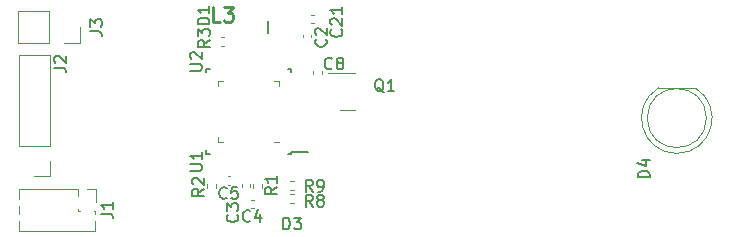
<source format=gbr>
%TF.GenerationSoftware,KiCad,Pcbnew,(6.0.2)*%
%TF.CreationDate,2023-04-03T14:54:34+02:00*%
%TF.ProjectId,IR_lights,49525f6c-6967-4687-9473-2e6b69636164,rev?*%
%TF.SameCoordinates,Original*%
%TF.FileFunction,Legend,Top*%
%TF.FilePolarity,Positive*%
%FSLAX46Y46*%
G04 Gerber Fmt 4.6, Leading zero omitted, Abs format (unit mm)*
G04 Created by KiCad (PCBNEW (6.0.2)) date 2023-04-03 14:54:34*
%MOMM*%
%LPD*%
G01*
G04 APERTURE LIST*
%ADD10C,0.150000*%
%ADD11C,0.254000*%
%ADD12C,0.120000*%
%ADD13C,0.100000*%
%ADD14C,0.200000*%
G04 APERTURE END LIST*
D10*
%TO.C,Q1*%
X161079761Y-100447619D02*
X160984523Y-100400000D01*
X160889285Y-100304761D01*
X160746428Y-100161904D01*
X160651190Y-100114285D01*
X160555952Y-100114285D01*
X160603571Y-100352380D02*
X160508333Y-100304761D01*
X160413095Y-100209523D01*
X160365476Y-100019047D01*
X160365476Y-99685714D01*
X160413095Y-99495238D01*
X160508333Y-99400000D01*
X160603571Y-99352380D01*
X160794047Y-99352380D01*
X160889285Y-99400000D01*
X160984523Y-99495238D01*
X161032142Y-99685714D01*
X161032142Y-100019047D01*
X160984523Y-100209523D01*
X160889285Y-100304761D01*
X160794047Y-100352380D01*
X160603571Y-100352380D01*
X161984523Y-100352380D02*
X161413095Y-100352380D01*
X161698809Y-100352380D02*
X161698809Y-99352380D01*
X161603571Y-99495238D01*
X161508333Y-99590476D01*
X161413095Y-99638095D01*
%TO.C,J2*%
X133177380Y-98383333D02*
X133891666Y-98383333D01*
X134034523Y-98430952D01*
X134129761Y-98526190D01*
X134177380Y-98669047D01*
X134177380Y-98764285D01*
X133272619Y-97954761D02*
X133225000Y-97907142D01*
X133177380Y-97811904D01*
X133177380Y-97573809D01*
X133225000Y-97478571D01*
X133272619Y-97430952D01*
X133367857Y-97383333D01*
X133463095Y-97383333D01*
X133605952Y-97430952D01*
X134177380Y-98002380D01*
X134177380Y-97383333D01*
%TO.C,R3*%
X146352380Y-96041666D02*
X145876190Y-96375000D01*
X146352380Y-96613095D02*
X145352380Y-96613095D01*
X145352380Y-96232142D01*
X145400000Y-96136904D01*
X145447619Y-96089285D01*
X145542857Y-96041666D01*
X145685714Y-96041666D01*
X145780952Y-96089285D01*
X145828571Y-96136904D01*
X145876190Y-96232142D01*
X145876190Y-96613095D01*
X145352380Y-95708333D02*
X145352380Y-95089285D01*
X145733333Y-95422619D01*
X145733333Y-95279761D01*
X145780952Y-95184523D01*
X145828571Y-95136904D01*
X145923809Y-95089285D01*
X146161904Y-95089285D01*
X146257142Y-95136904D01*
X146304761Y-95184523D01*
X146352380Y-95279761D01*
X146352380Y-95565476D01*
X146304761Y-95660714D01*
X146257142Y-95708333D01*
%TO.C,D1*%
X146327380Y-94713095D02*
X145327380Y-94713095D01*
X145327380Y-94475000D01*
X145375000Y-94332142D01*
X145470238Y-94236904D01*
X145565476Y-94189285D01*
X145755952Y-94141666D01*
X145898809Y-94141666D01*
X146089285Y-94189285D01*
X146184523Y-94236904D01*
X146279761Y-94332142D01*
X146327380Y-94475000D01*
X146327380Y-94713095D01*
X146327380Y-93189285D02*
X146327380Y-93760714D01*
X146327380Y-93475000D02*
X145327380Y-93475000D01*
X145470238Y-93570238D01*
X145565476Y-93665476D01*
X145613095Y-93760714D01*
%TO.C,R2*%
X145877380Y-108641666D02*
X145401190Y-108975000D01*
X145877380Y-109213095D02*
X144877380Y-109213095D01*
X144877380Y-108832142D01*
X144925000Y-108736904D01*
X144972619Y-108689285D01*
X145067857Y-108641666D01*
X145210714Y-108641666D01*
X145305952Y-108689285D01*
X145353571Y-108736904D01*
X145401190Y-108832142D01*
X145401190Y-109213095D01*
X144972619Y-108260714D02*
X144925000Y-108213095D01*
X144877380Y-108117857D01*
X144877380Y-107879761D01*
X144925000Y-107784523D01*
X144972619Y-107736904D01*
X145067857Y-107689285D01*
X145163095Y-107689285D01*
X145305952Y-107736904D01*
X145877380Y-108308333D01*
X145877380Y-107689285D01*
%TO.C,C8*%
X156708333Y-98432142D02*
X156660714Y-98479761D01*
X156517857Y-98527380D01*
X156422619Y-98527380D01*
X156279761Y-98479761D01*
X156184523Y-98384523D01*
X156136904Y-98289285D01*
X156089285Y-98098809D01*
X156089285Y-97955952D01*
X156136904Y-97765476D01*
X156184523Y-97670238D01*
X156279761Y-97575000D01*
X156422619Y-97527380D01*
X156517857Y-97527380D01*
X156660714Y-97575000D01*
X156708333Y-97622619D01*
X157279761Y-97955952D02*
X157184523Y-97908333D01*
X157136904Y-97860714D01*
X157089285Y-97765476D01*
X157089285Y-97717857D01*
X157136904Y-97622619D01*
X157184523Y-97575000D01*
X157279761Y-97527380D01*
X157470238Y-97527380D01*
X157565476Y-97575000D01*
X157613095Y-97622619D01*
X157660714Y-97717857D01*
X157660714Y-97765476D01*
X157613095Y-97860714D01*
X157565476Y-97908333D01*
X157470238Y-97955952D01*
X157279761Y-97955952D01*
X157184523Y-98003571D01*
X157136904Y-98051190D01*
X157089285Y-98146428D01*
X157089285Y-98336904D01*
X157136904Y-98432142D01*
X157184523Y-98479761D01*
X157279761Y-98527380D01*
X157470238Y-98527380D01*
X157565476Y-98479761D01*
X157613095Y-98432142D01*
X157660714Y-98336904D01*
X157660714Y-98146428D01*
X157613095Y-98051190D01*
X157565476Y-98003571D01*
X157470238Y-97955952D01*
%TO.C,D3*%
X152579404Y-112077380D02*
X152579404Y-111077380D01*
X152817500Y-111077380D01*
X152960357Y-111125000D01*
X153055595Y-111220238D01*
X153103214Y-111315476D01*
X153150833Y-111505952D01*
X153150833Y-111648809D01*
X153103214Y-111839285D01*
X153055595Y-111934523D01*
X152960357Y-112029761D01*
X152817500Y-112077380D01*
X152579404Y-112077380D01*
X153484166Y-111077380D02*
X154103214Y-111077380D01*
X153769880Y-111458333D01*
X153912738Y-111458333D01*
X154007976Y-111505952D01*
X154055595Y-111553571D01*
X154103214Y-111648809D01*
X154103214Y-111886904D01*
X154055595Y-111982142D01*
X154007976Y-112029761D01*
X153912738Y-112077380D01*
X153627023Y-112077380D01*
X153531785Y-112029761D01*
X153484166Y-111982142D01*
D11*
%TO.C,L3*%
X147238333Y-94499523D02*
X146633571Y-94499523D01*
X146633571Y-93229523D01*
X147540714Y-93229523D02*
X148326904Y-93229523D01*
X147903571Y-93713333D01*
X148085000Y-93713333D01*
X148205952Y-93773809D01*
X148266428Y-93834285D01*
X148326904Y-93955238D01*
X148326904Y-94257619D01*
X148266428Y-94378571D01*
X148205952Y-94439047D01*
X148085000Y-94499523D01*
X147722142Y-94499523D01*
X147601190Y-94439047D01*
X147540714Y-94378571D01*
D10*
%TO.C,J3*%
X136222380Y-95283333D02*
X136936666Y-95283333D01*
X137079523Y-95330952D01*
X137174761Y-95426190D01*
X137222380Y-95569047D01*
X137222380Y-95664285D01*
X136222380Y-94902380D02*
X136222380Y-94283333D01*
X136603333Y-94616666D01*
X136603333Y-94473809D01*
X136650952Y-94378571D01*
X136698571Y-94330952D01*
X136793809Y-94283333D01*
X137031904Y-94283333D01*
X137127142Y-94330952D01*
X137174761Y-94378571D01*
X137222380Y-94473809D01*
X137222380Y-94759523D01*
X137174761Y-94854761D01*
X137127142Y-94902380D01*
%TO.C,U1*%
X144702380Y-107111904D02*
X145511904Y-107111904D01*
X145607142Y-107064285D01*
X145654761Y-107016666D01*
X145702380Y-106921428D01*
X145702380Y-106730952D01*
X145654761Y-106635714D01*
X145607142Y-106588095D01*
X145511904Y-106540476D01*
X144702380Y-106540476D01*
X145702380Y-105540476D02*
X145702380Y-106111904D01*
X145702380Y-105826190D02*
X144702380Y-105826190D01*
X144845238Y-105921428D01*
X144940476Y-106016666D01*
X144988095Y-106111904D01*
%TO.C,R8*%
X155058333Y-110152380D02*
X154725000Y-109676190D01*
X154486904Y-110152380D02*
X154486904Y-109152380D01*
X154867857Y-109152380D01*
X154963095Y-109200000D01*
X155010714Y-109247619D01*
X155058333Y-109342857D01*
X155058333Y-109485714D01*
X155010714Y-109580952D01*
X154963095Y-109628571D01*
X154867857Y-109676190D01*
X154486904Y-109676190D01*
X155629761Y-109580952D02*
X155534523Y-109533333D01*
X155486904Y-109485714D01*
X155439285Y-109390476D01*
X155439285Y-109342857D01*
X155486904Y-109247619D01*
X155534523Y-109200000D01*
X155629761Y-109152380D01*
X155820238Y-109152380D01*
X155915476Y-109200000D01*
X155963095Y-109247619D01*
X156010714Y-109342857D01*
X156010714Y-109390476D01*
X155963095Y-109485714D01*
X155915476Y-109533333D01*
X155820238Y-109580952D01*
X155629761Y-109580952D01*
X155534523Y-109628571D01*
X155486904Y-109676190D01*
X155439285Y-109771428D01*
X155439285Y-109961904D01*
X155486904Y-110057142D01*
X155534523Y-110104761D01*
X155629761Y-110152380D01*
X155820238Y-110152380D01*
X155915476Y-110104761D01*
X155963095Y-110057142D01*
X156010714Y-109961904D01*
X156010714Y-109771428D01*
X155963095Y-109676190D01*
X155915476Y-109628571D01*
X155820238Y-109580952D01*
%TO.C,R9*%
X155058333Y-108877380D02*
X154725000Y-108401190D01*
X154486904Y-108877380D02*
X154486904Y-107877380D01*
X154867857Y-107877380D01*
X154963095Y-107925000D01*
X155010714Y-107972619D01*
X155058333Y-108067857D01*
X155058333Y-108210714D01*
X155010714Y-108305952D01*
X154963095Y-108353571D01*
X154867857Y-108401190D01*
X154486904Y-108401190D01*
X155534523Y-108877380D02*
X155725000Y-108877380D01*
X155820238Y-108829761D01*
X155867857Y-108782142D01*
X155963095Y-108639285D01*
X156010714Y-108448809D01*
X156010714Y-108067857D01*
X155963095Y-107972619D01*
X155915476Y-107925000D01*
X155820238Y-107877380D01*
X155629761Y-107877380D01*
X155534523Y-107925000D01*
X155486904Y-107972619D01*
X155439285Y-108067857D01*
X155439285Y-108305952D01*
X155486904Y-108401190D01*
X155534523Y-108448809D01*
X155629761Y-108496428D01*
X155820238Y-108496428D01*
X155915476Y-108448809D01*
X155963095Y-108401190D01*
X156010714Y-108305952D01*
%TO.C,C21*%
X157482142Y-95142857D02*
X157529761Y-95190476D01*
X157577380Y-95333333D01*
X157577380Y-95428571D01*
X157529761Y-95571428D01*
X157434523Y-95666666D01*
X157339285Y-95714285D01*
X157148809Y-95761904D01*
X157005952Y-95761904D01*
X156815476Y-95714285D01*
X156720238Y-95666666D01*
X156625000Y-95571428D01*
X156577380Y-95428571D01*
X156577380Y-95333333D01*
X156625000Y-95190476D01*
X156672619Y-95142857D01*
X156672619Y-94761904D02*
X156625000Y-94714285D01*
X156577380Y-94619047D01*
X156577380Y-94380952D01*
X156625000Y-94285714D01*
X156672619Y-94238095D01*
X156767857Y-94190476D01*
X156863095Y-94190476D01*
X157005952Y-94238095D01*
X157577380Y-94809523D01*
X157577380Y-94190476D01*
X157577380Y-93238095D02*
X157577380Y-93809523D01*
X157577380Y-93523809D02*
X156577380Y-93523809D01*
X156720238Y-93619047D01*
X156815476Y-93714285D01*
X156863095Y-93809523D01*
%TO.C,R1*%
X152027380Y-108491666D02*
X151551190Y-108825000D01*
X152027380Y-109063095D02*
X151027380Y-109063095D01*
X151027380Y-108682142D01*
X151075000Y-108586904D01*
X151122619Y-108539285D01*
X151217857Y-108491666D01*
X151360714Y-108491666D01*
X151455952Y-108539285D01*
X151503571Y-108586904D01*
X151551190Y-108682142D01*
X151551190Y-109063095D01*
X152027380Y-107539285D02*
X152027380Y-108110714D01*
X152027380Y-107825000D02*
X151027380Y-107825000D01*
X151170238Y-107920238D01*
X151265476Y-108015476D01*
X151313095Y-108110714D01*
%TO.C,C5*%
X147783333Y-109382142D02*
X147735714Y-109429761D01*
X147592857Y-109477380D01*
X147497619Y-109477380D01*
X147354761Y-109429761D01*
X147259523Y-109334523D01*
X147211904Y-109239285D01*
X147164285Y-109048809D01*
X147164285Y-108905952D01*
X147211904Y-108715476D01*
X147259523Y-108620238D01*
X147354761Y-108525000D01*
X147497619Y-108477380D01*
X147592857Y-108477380D01*
X147735714Y-108525000D01*
X147783333Y-108572619D01*
X148688095Y-108477380D02*
X148211904Y-108477380D01*
X148164285Y-108953571D01*
X148211904Y-108905952D01*
X148307142Y-108858333D01*
X148545238Y-108858333D01*
X148640476Y-108905952D01*
X148688095Y-108953571D01*
X148735714Y-109048809D01*
X148735714Y-109286904D01*
X148688095Y-109382142D01*
X148640476Y-109429761D01*
X148545238Y-109477380D01*
X148307142Y-109477380D01*
X148211904Y-109429761D01*
X148164285Y-109382142D01*
%TO.C,C4*%
X149783333Y-111332142D02*
X149735714Y-111379761D01*
X149592857Y-111427380D01*
X149497619Y-111427380D01*
X149354761Y-111379761D01*
X149259523Y-111284523D01*
X149211904Y-111189285D01*
X149164285Y-110998809D01*
X149164285Y-110855952D01*
X149211904Y-110665476D01*
X149259523Y-110570238D01*
X149354761Y-110475000D01*
X149497619Y-110427380D01*
X149592857Y-110427380D01*
X149735714Y-110475000D01*
X149783333Y-110522619D01*
X150640476Y-110760714D02*
X150640476Y-111427380D01*
X150402380Y-110379761D02*
X150164285Y-111094047D01*
X150783333Y-111094047D01*
%TO.C,U2*%
X144702380Y-98636904D02*
X145511904Y-98636904D01*
X145607142Y-98589285D01*
X145654761Y-98541666D01*
X145702380Y-98446428D01*
X145702380Y-98255952D01*
X145654761Y-98160714D01*
X145607142Y-98113095D01*
X145511904Y-98065476D01*
X144702380Y-98065476D01*
X144797619Y-97636904D02*
X144750000Y-97589285D01*
X144702380Y-97494047D01*
X144702380Y-97255952D01*
X144750000Y-97160714D01*
X144797619Y-97113095D01*
X144892857Y-97065476D01*
X144988095Y-97065476D01*
X145130952Y-97113095D01*
X145702380Y-97684523D01*
X145702380Y-97065476D01*
%TO.C,C2*%
X156182142Y-95966666D02*
X156229761Y-96014285D01*
X156277380Y-96157142D01*
X156277380Y-96252380D01*
X156229761Y-96395238D01*
X156134523Y-96490476D01*
X156039285Y-96538095D01*
X155848809Y-96585714D01*
X155705952Y-96585714D01*
X155515476Y-96538095D01*
X155420238Y-96490476D01*
X155325000Y-96395238D01*
X155277380Y-96252380D01*
X155277380Y-96157142D01*
X155325000Y-96014285D01*
X155372619Y-95966666D01*
X155372619Y-95585714D02*
X155325000Y-95538095D01*
X155277380Y-95442857D01*
X155277380Y-95204761D01*
X155325000Y-95109523D01*
X155372619Y-95061904D01*
X155467857Y-95014285D01*
X155563095Y-95014285D01*
X155705952Y-95061904D01*
X156277380Y-95633333D01*
X156277380Y-95014285D01*
%TO.C,J1*%
X137122380Y-110743333D02*
X137836666Y-110743333D01*
X137979523Y-110790952D01*
X138074761Y-110886190D01*
X138122380Y-111029047D01*
X138122380Y-111124285D01*
X138122380Y-109743333D02*
X138122380Y-110314761D01*
X138122380Y-110029047D02*
X137122380Y-110029047D01*
X137265238Y-110124285D01*
X137360476Y-110219523D01*
X137408095Y-110314761D01*
%TO.C,C3*%
X148682142Y-110816666D02*
X148729761Y-110864285D01*
X148777380Y-111007142D01*
X148777380Y-111102380D01*
X148729761Y-111245238D01*
X148634523Y-111340476D01*
X148539285Y-111388095D01*
X148348809Y-111435714D01*
X148205952Y-111435714D01*
X148015476Y-111388095D01*
X147920238Y-111340476D01*
X147825000Y-111245238D01*
X147777380Y-111102380D01*
X147777380Y-111007142D01*
X147825000Y-110864285D01*
X147872619Y-110816666D01*
X147777380Y-110483333D02*
X147777380Y-109864285D01*
X148158333Y-110197619D01*
X148158333Y-110054761D01*
X148205952Y-109959523D01*
X148253571Y-109911904D01*
X148348809Y-109864285D01*
X148586904Y-109864285D01*
X148682142Y-109911904D01*
X148729761Y-109959523D01*
X148777380Y-110054761D01*
X148777380Y-110340476D01*
X148729761Y-110435714D01*
X148682142Y-110483333D01*
%TO.C,D4*%
X183602380Y-107663095D02*
X182602380Y-107663095D01*
X182602380Y-107425000D01*
X182650000Y-107282142D01*
X182745238Y-107186904D01*
X182840476Y-107139285D01*
X183030952Y-107091666D01*
X183173809Y-107091666D01*
X183364285Y-107139285D01*
X183459523Y-107186904D01*
X183554761Y-107282142D01*
X183602380Y-107425000D01*
X183602380Y-107663095D01*
X182935714Y-106234523D02*
X183602380Y-106234523D01*
X182554761Y-106472619D02*
X183269047Y-106710714D01*
X183269047Y-106091666D01*
D12*
%TO.C,Q1*%
X158012500Y-98815000D02*
X158662500Y-98815000D01*
X158012500Y-101935000D02*
X158662500Y-101935000D01*
X158012500Y-98815000D02*
X156337500Y-98815000D01*
X158012500Y-101935000D02*
X157362500Y-101935000D01*
%TO.C,J2*%
X132830000Y-97300000D02*
X130170000Y-97300000D01*
X132830000Y-107580000D02*
X131500000Y-107580000D01*
X132830000Y-104980000D02*
X130170000Y-104980000D01*
X132830000Y-106250000D02*
X132830000Y-107580000D01*
X130170000Y-104980000D02*
X130170000Y-97300000D01*
X132830000Y-104980000D02*
X132830000Y-97300000D01*
%TO.C,R3*%
X147603641Y-96580000D02*
X147296359Y-96580000D01*
X147603641Y-95820000D02*
X147296359Y-95820000D01*
D13*
%TO.C,D1*%
X148590000Y-95175000D02*
G75*
G03*
X148590000Y-95175000I-50000J0D01*
G01*
D12*
%TO.C,R2*%
X146905000Y-108553641D02*
X146905000Y-108246359D01*
X146145000Y-108553641D02*
X146145000Y-108246359D01*
%TO.C,C8*%
X155115000Y-98667164D02*
X155115000Y-98882836D01*
X155835000Y-98667164D02*
X155835000Y-98882836D01*
D13*
%TO.C,D3*%
X152277500Y-110500000D02*
G75*
G03*
X152277500Y-110500000I-50000J0D01*
G01*
D14*
%TO.C,L3*%
X151275000Y-94425000D02*
X151275000Y-95475000D01*
D12*
%TO.C,J3*%
X135330000Y-94950000D02*
X135330000Y-96280000D01*
X135330000Y-96280000D02*
X134000000Y-96280000D01*
X132730000Y-93620000D02*
X130130000Y-93620000D01*
X132730000Y-96280000D02*
X130130000Y-96280000D01*
X130130000Y-93620000D02*
X130130000Y-96280000D01*
X132730000Y-93620000D02*
X132730000Y-96280000D01*
%TO.C,U1*%
X151785000Y-104685000D02*
X152260000Y-104685000D01*
X147040000Y-99465000D02*
X147040000Y-99940000D01*
X147515000Y-104685000D02*
X147040000Y-104685000D01*
X147040000Y-104685000D02*
X147040000Y-104210000D01*
X152260000Y-99465000D02*
X152260000Y-99940000D01*
X151785000Y-99465000D02*
X152260000Y-99465000D01*
X147515000Y-99465000D02*
X147040000Y-99465000D01*
%TO.C,R8*%
X153163859Y-109045000D02*
X153471141Y-109045000D01*
X153163859Y-109805000D02*
X153471141Y-109805000D01*
%TO.C,R9*%
X153453641Y-108755000D02*
X153146359Y-108755000D01*
X153453641Y-107995000D02*
X153146359Y-107995000D01*
%TO.C,C21*%
X155162836Y-93890000D02*
X154947164Y-93890000D01*
X155162836Y-94610000D02*
X154947164Y-94610000D01*
%TO.C,R1*%
X150045000Y-108553641D02*
X150045000Y-108246359D01*
X150805000Y-108553641D02*
X150805000Y-108246359D01*
%TO.C,C5*%
X147867164Y-107565000D02*
X148082836Y-107565000D01*
X147867164Y-108285000D02*
X148082836Y-108285000D01*
%TO.C,C4*%
X149867164Y-110260000D02*
X150082836Y-110260000D01*
X149867164Y-109540000D02*
X150082836Y-109540000D01*
D10*
%TO.C,U2*%
X153275000Y-105700000D02*
X153275000Y-105475000D01*
X153275000Y-98450000D02*
X153275000Y-98775000D01*
X146025000Y-105700000D02*
X146350000Y-105700000D01*
X153275000Y-105475000D02*
X154700000Y-105475000D01*
X146025000Y-98450000D02*
X146025000Y-98775000D01*
X153275000Y-98450000D02*
X152950000Y-98450000D01*
X146025000Y-105700000D02*
X146025000Y-105375000D01*
X146025000Y-98450000D02*
X146350000Y-98450000D01*
X153275000Y-105700000D02*
X152950000Y-105700000D01*
D12*
%TO.C,C2*%
X154240000Y-95807836D02*
X154240000Y-95592164D01*
X154960000Y-95807836D02*
X154960000Y-95592164D01*
%TO.C,J1*%
X135215000Y-108645000D02*
X130200000Y-108645000D01*
X130200000Y-111352530D02*
X130200000Y-112175000D01*
X136670000Y-110535000D02*
X136670000Y-110737470D01*
X136735000Y-108645000D02*
X136735000Y-109775000D01*
X130200000Y-108645000D02*
X130200000Y-109467470D01*
X130200000Y-110082530D02*
X130200000Y-110737470D01*
X136538471Y-110535000D02*
X136670000Y-110535000D01*
X135268471Y-110535000D02*
X135411529Y-110535000D01*
X135975000Y-108645000D02*
X136735000Y-108645000D01*
X135215000Y-110338471D02*
X135215000Y-110481529D01*
X136670000Y-112175000D02*
X130200000Y-112175000D01*
X136670000Y-111352530D02*
X136670000Y-112175000D01*
X135215000Y-108645000D02*
X135215000Y-109211529D01*
%TO.C,C3*%
X149065000Y-108482836D02*
X149065000Y-108267164D01*
X149785000Y-108482836D02*
X149785000Y-108267164D01*
%TO.C,D4*%
X187445000Y-100085000D02*
X184355000Y-100085000D01*
X185899538Y-105635000D02*
G75*
G03*
X187444830Y-100085000I462J2990000D01*
G01*
X184355170Y-100085000D02*
G75*
G03*
X185900462Y-105635000I1544830J-2560000D01*
G01*
X188400000Y-102645000D02*
G75*
G03*
X188400000Y-102645000I-2500000J0D01*
G01*
%TD*%
M02*

</source>
